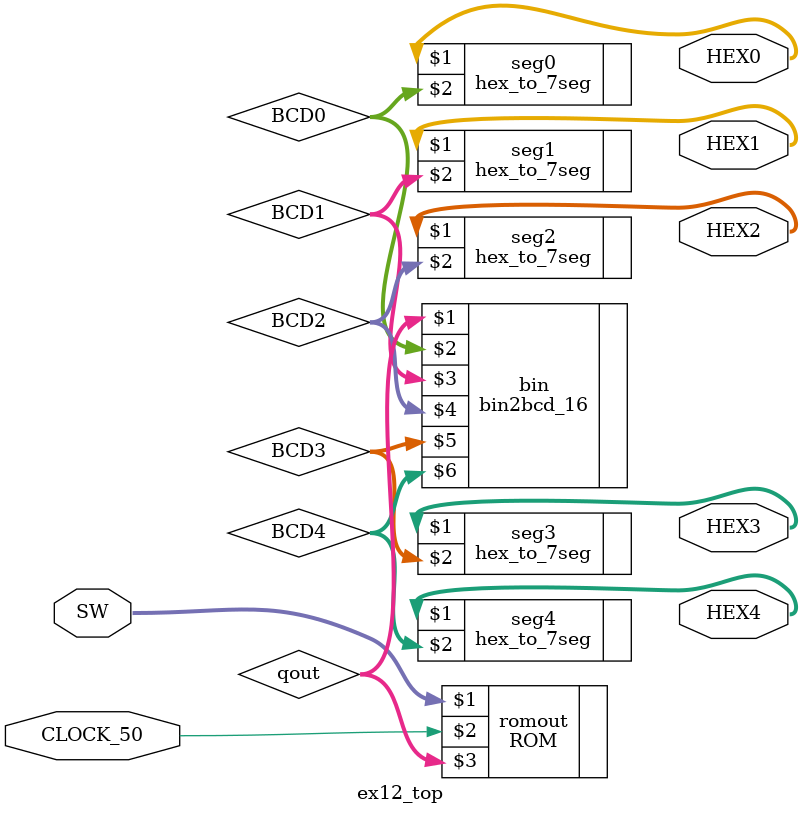
<source format=v>
module ex12_top(
		CLOCK_50, //clock input
		SW, //enable to run
		HEX0,
		HEX1,
		HEX2,
		HEX3,
		HEX4
		);
		
		input CLOCK_50;
		input [9:0] SW;
		
		wire [9:0] qout;
		
		output [6:0] HEX0;
		output [6:0] HEX1;
		output [6:0] HEX2;
		output [6:0] HEX3;
		output [6:0] HEX4;
		
		wire [3:0] BCD0;
		wire [3:0] BCD1;
		wire [3:0] BCD2;
		wire [3:0] BCD3;
		wire [3:0] BCD4;
		
		ROM romout(SW[9:0],CLOCK_50,qout[9:0]);
		
		bin2bcd_16 bin (qout[9:0], BCD0, BCD1, BCD2, BCD3, BCD4);
		
		
	hex_to_7seg seg0 (HEX0, BCD0);
	hex_to_7seg seg1 (HEX1, BCD1);
	hex_to_7seg seg2 (HEX2, BCD2);
	hex_to_7seg seg3 (HEX3, BCD3);
	hex_to_7seg seg4 (HEX4, BCD4);

	
endmodule 
</source>
